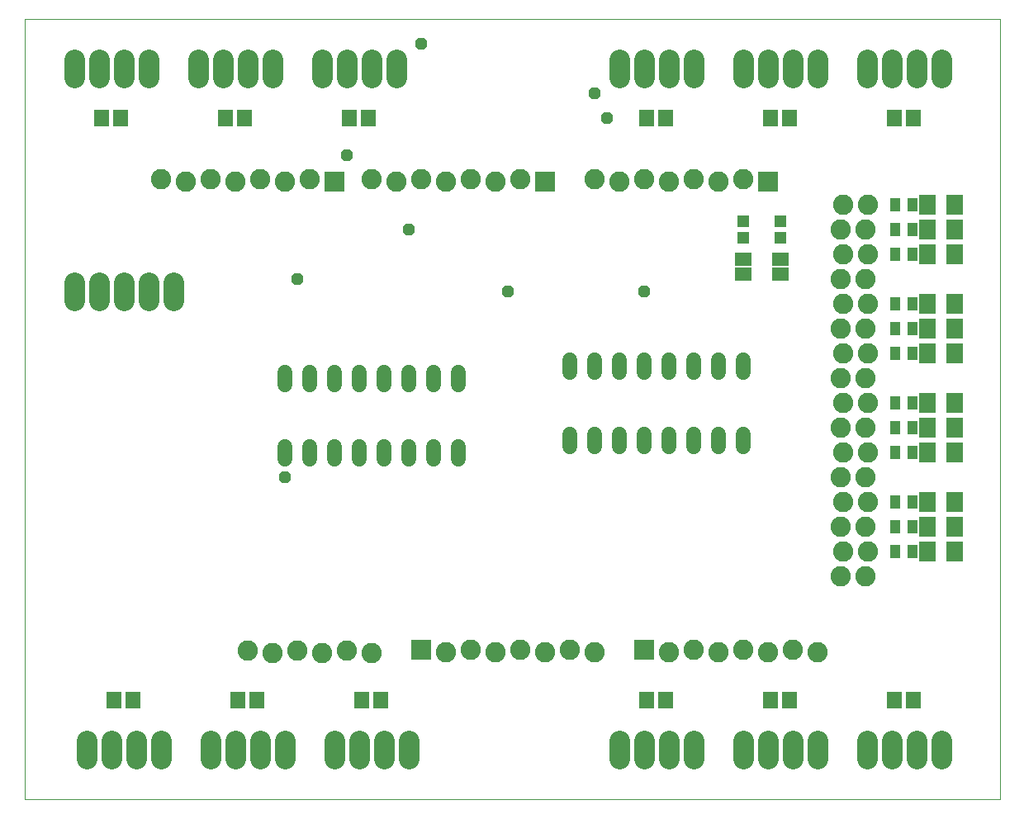
<source format=gts>
G75*
G70*
%OFA0B0*%
%FSLAX24Y24*%
%IPPOS*%
%LPD*%
%AMOC8*
5,1,8,0,0,1.08239X$1,22.5*
%
%ADD10C,0.0000*%
%ADD11R,0.0820X0.0820*%
%ADD12C,0.0820*%
%ADD13C,0.0820*%
%ADD14C,0.0600*%
%ADD15R,0.0395X0.0552*%
%ADD16R,0.0710X0.0790*%
%ADD17R,0.0474X0.0513*%
%ADD18R,0.0710X0.0540*%
%ADD19R,0.0592X0.0671*%
%ADD20OC8,0.0480*%
D10*
X000180Y000180D02*
X000180Y031676D01*
X039550Y031676D01*
X039550Y000180D01*
X000180Y000180D01*
D11*
X016180Y006230D03*
X025180Y006230D03*
X021180Y025130D03*
X012680Y025130D03*
X030180Y025130D03*
D12*
X029180Y025230D03*
X028180Y025130D03*
X027180Y025230D03*
X026180Y025130D03*
X025180Y025230D03*
X024180Y025130D03*
X023180Y025230D03*
X020180Y025230D03*
X019180Y025130D03*
X018180Y025230D03*
X017180Y025130D03*
X016180Y025230D03*
X015180Y025130D03*
X014180Y025230D03*
X011680Y025230D03*
X010680Y025130D03*
X009680Y025230D03*
X008680Y025130D03*
X007680Y025230D03*
X006680Y025130D03*
X005680Y025230D03*
X009180Y006180D03*
X010180Y006080D03*
X011180Y006180D03*
X012180Y006080D03*
X013180Y006180D03*
X014180Y006080D03*
X017180Y006130D03*
X018180Y006230D03*
X019180Y006130D03*
X020180Y006230D03*
X021180Y006130D03*
X022180Y006230D03*
X023180Y006130D03*
X026180Y006130D03*
X027180Y006230D03*
X028180Y006130D03*
X029180Y006230D03*
X030180Y006130D03*
X031180Y006230D03*
X032180Y006130D03*
X033130Y009180D03*
X034130Y009180D03*
X034230Y010180D03*
X033230Y010180D03*
X033130Y011180D03*
X034130Y011180D03*
X034230Y012180D03*
X033230Y012180D03*
X033130Y013180D03*
X034130Y013180D03*
X034230Y014180D03*
X033230Y014180D03*
X033130Y015180D03*
X034130Y015180D03*
X034230Y016180D03*
X033230Y016180D03*
X033130Y017180D03*
X034130Y017180D03*
X034230Y018180D03*
X033230Y018180D03*
X033130Y019180D03*
X034130Y019180D03*
X034230Y020180D03*
X033230Y020180D03*
X033130Y021180D03*
X034130Y021180D03*
X034230Y022180D03*
X033230Y022180D03*
X033130Y023180D03*
X034130Y023180D03*
X034230Y024180D03*
X033230Y024180D03*
D13*
X034180Y029310D02*
X034180Y030050D01*
X035180Y030050D02*
X035180Y029310D01*
X036180Y029310D02*
X036180Y030050D01*
X037180Y030050D02*
X037180Y029310D01*
X032180Y029310D02*
X032180Y030050D01*
X031180Y030050D02*
X031180Y029310D01*
X030180Y029310D02*
X030180Y030050D01*
X029180Y030050D02*
X029180Y029310D01*
X027180Y029310D02*
X027180Y030050D01*
X026180Y030050D02*
X026180Y029310D01*
X025180Y029310D02*
X025180Y030050D01*
X024180Y030050D02*
X024180Y029310D01*
X015180Y029310D02*
X015180Y030050D01*
X014180Y030050D02*
X014180Y029310D01*
X013180Y029310D02*
X013180Y030050D01*
X012180Y030050D02*
X012180Y029310D01*
X010180Y029310D02*
X010180Y030050D01*
X009180Y030050D02*
X009180Y029310D01*
X008180Y029310D02*
X008180Y030050D01*
X007180Y030050D02*
X007180Y029310D01*
X005180Y029310D02*
X005180Y030050D01*
X004180Y030050D02*
X004180Y029310D01*
X003180Y029310D02*
X003180Y030050D01*
X002180Y030050D02*
X002180Y029310D01*
X002180Y021050D02*
X002180Y020310D01*
X003180Y020310D02*
X003180Y021050D01*
X004180Y021050D02*
X004180Y020310D01*
X005180Y020310D02*
X005180Y021050D01*
X006180Y021050D02*
X006180Y020310D01*
X005680Y002550D02*
X005680Y001810D01*
X004680Y001810D02*
X004680Y002550D01*
X003680Y002550D02*
X003680Y001810D01*
X002680Y001810D02*
X002680Y002550D01*
X007680Y002550D02*
X007680Y001810D01*
X008680Y001810D02*
X008680Y002550D01*
X009680Y002550D02*
X009680Y001810D01*
X010680Y001810D02*
X010680Y002550D01*
X012680Y002550D02*
X012680Y001810D01*
X013680Y001810D02*
X013680Y002550D01*
X014680Y002550D02*
X014680Y001810D01*
X015680Y001810D02*
X015680Y002550D01*
X024180Y002550D02*
X024180Y001810D01*
X025180Y001810D02*
X025180Y002550D01*
X026180Y002550D02*
X026180Y001810D01*
X027180Y001810D02*
X027180Y002550D01*
X029180Y002550D02*
X029180Y001810D01*
X030180Y001810D02*
X030180Y002550D01*
X031180Y002550D02*
X031180Y001810D01*
X032180Y001810D02*
X032180Y002550D01*
X034180Y002550D02*
X034180Y001810D01*
X035180Y001810D02*
X035180Y002550D01*
X036180Y002550D02*
X036180Y001810D01*
X037180Y001810D02*
X037180Y002550D01*
D14*
X029180Y014420D02*
X029180Y014940D01*
X028180Y014940D02*
X028180Y014420D01*
X027180Y014420D02*
X027180Y014940D01*
X026180Y014940D02*
X026180Y014420D01*
X025180Y014420D02*
X025180Y014940D01*
X024180Y014940D02*
X024180Y014420D01*
X023180Y014420D02*
X023180Y014940D01*
X022180Y014940D02*
X022180Y014420D01*
X022180Y017420D02*
X022180Y017940D01*
X023180Y017940D02*
X023180Y017420D01*
X024180Y017420D02*
X024180Y017940D01*
X025180Y017940D02*
X025180Y017420D01*
X026180Y017420D02*
X026180Y017940D01*
X027180Y017940D02*
X027180Y017420D01*
X028180Y017420D02*
X028180Y017940D01*
X029180Y017940D02*
X029180Y017420D01*
X017680Y017440D02*
X017680Y016920D01*
X016680Y016920D02*
X016680Y017440D01*
X015680Y017440D02*
X015680Y016920D01*
X014680Y016920D02*
X014680Y017440D01*
X013680Y017440D02*
X013680Y016920D01*
X012680Y016920D02*
X012680Y017440D01*
X011680Y017440D02*
X011680Y016920D01*
X010680Y016920D02*
X010680Y017440D01*
X010680Y014440D02*
X010680Y013920D01*
X011680Y013920D02*
X011680Y014440D01*
X012680Y014440D02*
X012680Y013920D01*
X013680Y013920D02*
X013680Y014440D01*
X014680Y014440D02*
X014680Y013920D01*
X015680Y013920D02*
X015680Y014440D01*
X016680Y014440D02*
X016680Y013920D01*
X017680Y013920D02*
X017680Y014440D01*
D15*
X035326Y014180D03*
X036034Y014180D03*
X036034Y015180D03*
X035326Y015180D03*
X035326Y016180D03*
X036034Y016180D03*
X036034Y018180D03*
X035326Y018180D03*
X035326Y019180D03*
X036034Y019180D03*
X036034Y020180D03*
X035326Y020180D03*
X035326Y022180D03*
X036034Y022180D03*
X036034Y023180D03*
X035326Y023180D03*
X035326Y024180D03*
X036034Y024180D03*
X036034Y012180D03*
X035326Y012180D03*
X035326Y011180D03*
X036034Y011180D03*
X036034Y010180D03*
X035326Y010180D03*
D16*
X036620Y010180D03*
X037740Y010180D03*
X037740Y011180D03*
X037740Y012180D03*
X036620Y012180D03*
X036620Y011180D03*
X036620Y014180D03*
X036620Y015180D03*
X036620Y016180D03*
X037740Y016180D03*
X037740Y015180D03*
X037740Y014180D03*
X037740Y018180D03*
X037740Y019180D03*
X037740Y020180D03*
X036620Y020180D03*
X036620Y019180D03*
X036620Y018180D03*
X036620Y022180D03*
X036620Y023180D03*
X036620Y024180D03*
X037740Y024180D03*
X037740Y023180D03*
X037740Y022180D03*
D17*
X030680Y022845D03*
X030680Y023515D03*
X029180Y023515D03*
X029180Y022845D03*
D18*
X029180Y021980D03*
X029180Y021380D03*
X030680Y021380D03*
X030680Y021980D03*
D19*
X030306Y027680D03*
X031054Y027680D03*
X035306Y027680D03*
X036054Y027680D03*
X026054Y027680D03*
X025306Y027680D03*
X014054Y027680D03*
X013306Y027680D03*
X009054Y027680D03*
X008306Y027680D03*
X004054Y027680D03*
X003306Y027680D03*
X003806Y004180D03*
X004554Y004180D03*
X008806Y004180D03*
X009554Y004180D03*
X013806Y004180D03*
X014554Y004180D03*
X025306Y004180D03*
X026054Y004180D03*
X030306Y004180D03*
X031054Y004180D03*
X035306Y004180D03*
X036054Y004180D03*
D20*
X025180Y020680D03*
X019680Y020680D03*
X015680Y023180D03*
X013180Y026180D03*
X016180Y030680D03*
X023180Y028680D03*
X023680Y027680D03*
X011180Y021180D03*
X010680Y013180D03*
M02*

</source>
